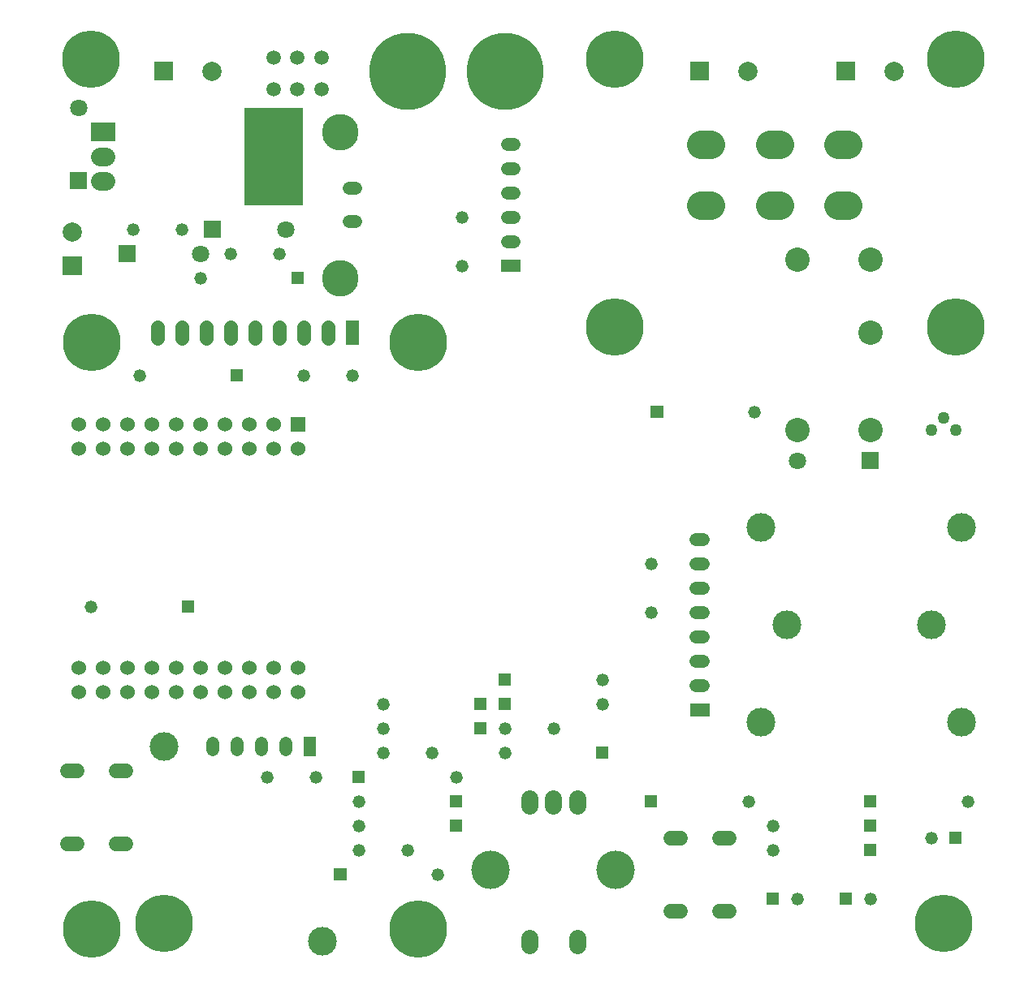
<source format=gbs>
%FSLAX24Y24*%
%MOIN*%
%ADD10C,0.0500*%
%ADD11C,0.0520*%
%ADD12C,0.0550*%
%ADD13C,0.0591*%
%ADD14C,0.0600*%
%ADD15C,0.0700*%
%ADD16C,0.0709*%
%ADD17C,0.0750*%
%ADD18C,0.0787*%
%ADD19C,0.1000*%
%ADD20C,0.1181*%
%ADD21C,0.1500*%
%ADD22C,0.1575*%
%ADD23C,0.2362*%
%ADD24C,0.3150*%
D10*
G01X37500Y22250D03*
X36500Y22250D03*
X37000Y22749D03*
D11*
G01X17000Y8000D03*
X2000Y15000D03*
X17250Y31000D03*
X17250Y28999D03*
X5750Y30500D03*
X3750Y30500D03*
X4000Y24500D03*
X37999Y7000D03*
X23000Y12000D03*
X10749Y24500D03*
X12749Y24500D03*
X9250Y8000D03*
X11250Y8000D03*
X16250Y4000D03*
X34000Y3000D03*
X13999Y10000D03*
X7750Y29500D03*
X9749Y29500D03*
X25000Y16750D03*
X25000Y14750D03*
X23000Y11000D03*
X29250Y23000D03*
X29000Y7000D03*
X13000Y7000D03*
X36499Y5500D03*
X6500Y28500D03*
X13999Y11000D03*
X13000Y6000D03*
X29999Y6000D03*
X16000Y9000D03*
X14000Y9000D03*
X31000Y3000D03*
X18999Y9000D03*
X21000Y10000D03*
X19000Y10000D03*
X29999Y5000D03*
X15000Y5000D03*
X13000Y5000D03*
X27140Y16750D02*
X26860Y16750D01*
X27140Y15750D02*
X26860Y15750D01*
X27140Y11750D02*
X26860Y11750D01*
X27140Y13750D02*
X26860Y13750D01*
X27140Y17750D02*
X26860Y17750D01*
X27140Y14750D02*
X26860Y14750D01*
X27140Y12750D02*
X26860Y12750D01*
X7000Y9390D02*
X7000Y9110D01*
X8000Y9390D02*
X8000Y9110D01*
X10000Y9390D02*
X10000Y9110D01*
X9000Y9390D02*
X9000Y9110D01*
X12890Y30825D02*
X12610Y30825D01*
X19390Y30000D02*
X19110Y30000D01*
X12890Y32175D02*
X12610Y32175D01*
X19390Y33000D02*
X19110Y33000D01*
X19390Y31000D02*
X19110Y31000D01*
X19390Y34000D02*
X19110Y34000D01*
X19390Y32000D02*
X19110Y32000D01*
D12*
G01X10750Y26475D02*
X10750Y26025D01*
X11750Y26475D02*
X11750Y26025D01*
X5750Y26475D02*
X5750Y26025D01*
X9750Y26475D02*
X9750Y26025D01*
X7750Y26475D02*
X7750Y26025D01*
X4750Y26475D02*
X4750Y26025D01*
X8750Y26475D02*
X8750Y26025D01*
X6750Y26475D02*
X6750Y26025D01*
D13*
G01X11468Y36250D03*
X11468Y37549D03*
X10484Y36250D03*
X9499Y36250D03*
X9499Y37549D03*
X10484Y37549D03*
D14*
G01X4500Y21500D03*
X9500Y21499D03*
X9500Y12499D03*
X7500Y12499D03*
X7500Y11499D03*
X8500Y11499D03*
X5500Y22500D03*
X4499Y11500D03*
X8500Y12499D03*
X1500Y21500D03*
X6500Y11499D03*
X10500Y21499D03*
X8500Y22500D03*
X3500Y21500D03*
X2500Y21500D03*
X10500Y11499D03*
X1499Y12500D03*
X5499Y12500D03*
X8500Y21499D03*
X4499Y12500D03*
X7500Y22500D03*
X7500Y21499D03*
X9500Y11499D03*
X2499Y12500D03*
X9500Y22500D03*
X6500Y21499D03*
X4500Y22500D03*
X6500Y22500D03*
X3500Y22500D03*
X3499Y11500D03*
X1499Y11500D03*
X6500Y12499D03*
X5500Y21499D03*
X3499Y12500D03*
X2500Y22500D03*
X5499Y11500D03*
X2499Y11500D03*
X10500Y12499D03*
X1500Y22500D03*
X3050Y5249D02*
X3450Y5249D01*
X3050Y8249D02*
X3450Y8249D01*
X1050Y5249D02*
X1450Y5249D01*
X1050Y8249D02*
X1450Y8249D01*
X27800Y2499D02*
X28200Y2499D01*
X27800Y5499D02*
X28200Y5499D01*
X25800Y2499D02*
X26199Y2499D01*
X25800Y5499D02*
X26199Y5499D01*
D15*
G01X20000Y6808D02*
X20000Y7108D01*
X21968Y6808D02*
X21968Y7108D01*
X20000Y1099D02*
X20000Y1399D01*
X21968Y1099D02*
X21968Y1399D01*
X20984Y6808D02*
X20984Y7108D01*
D16*
G01X31000Y21000D03*
X10000Y30500D03*
X6500Y29500D03*
X1500Y35500D03*
D17*
G01X2375Y32500D02*
X2625Y32500D01*
X2375Y33500D02*
X2625Y33500D01*
D18*
G01X1249Y30377D03*
X28968Y37000D03*
X34968Y37000D03*
X6968Y37000D03*
D19*
G01X34000Y22250D03*
X31000Y22250D03*
X31000Y29250D03*
X34000Y29250D03*
X34000Y26250D03*
D20*
G01X36500Y14250D03*
X30594Y14250D03*
X29500Y10250D03*
X37750Y18249D03*
X37750Y10249D03*
X29500Y18250D03*
X11500Y1250D03*
X5000Y9250D03*
X27053Y33980D02*
X27446Y33980D01*
X32690Y31500D02*
X33084Y31500D01*
X29872Y31500D02*
X30265Y31500D01*
X29872Y33980D02*
X30265Y33980D01*
X27053Y31500D02*
X27446Y31500D01*
X32690Y33980D02*
X33084Y33980D01*
D21*
G01X12250Y28500D03*
X12250Y34500D03*
D22*
G01X18425Y4202D03*
X23543Y4202D03*
D23*
G01X23500Y26500D03*
X37500Y26500D03*
X37000Y2000D03*
X23500Y37500D03*
X2037Y25856D03*
X2037Y1761D03*
X15462Y1761D03*
X15462Y25856D03*
X37500Y37500D03*
X5000Y2000D03*
X2000Y37500D03*
D24*
G01X15000Y37000D03*
X19000Y37000D03*
G36*
X33645Y20645D02*G01*
X34354Y20645D01*X34354Y21354D01*X33645Y21354D01*G37*
G36*
X13260Y8260D02*G01*
X12740Y8260D01*X12740Y7740D01*X13260Y7740D01*G37*
G36*
X5739Y14740D02*G01*
X6259Y14740D01*X6259Y15260D01*X5739Y15260D01*G37*
G36*
X856Y29393D02*G01*
X856Y28606D01*X1643Y28606D01*X1643Y29393D01*G37*
G36*
X7740Y24240D02*G01*
X8260Y24240D01*X8260Y24760D01*X7740Y24760D01*G37*
G36*
X26599Y10490D02*G01*
X27399Y10490D01*X27399Y11010D01*X26599Y11010D01*G37*
G36*
X34260Y7260D02*G01*
X33740Y7260D01*X33740Y6740D01*X34260Y6740D01*G37*
G36*
X27393Y37393D02*G01*
X26606Y37393D01*X26606Y36606D01*X27393Y36606D01*G37*
G36*
X19260Y12260D02*G01*
X18740Y12260D01*X18740Y11740D01*X19260Y11740D01*G37*
G36*
X7354Y30854D02*G01*
X6645Y30854D01*X6645Y30145D01*X7354Y30145D01*G37*
G36*
X12510Y4260D02*G01*
X11990Y4260D01*X11990Y3740D01*X12510Y3740D01*G37*
G36*
X33260Y3260D02*G01*
X32740Y3260D01*X32740Y2740D01*X33260Y2740D01*G37*
G36*
X17739Y9740D02*G01*
X18259Y9740D01*X18259Y10260D01*X17739Y10260D01*G37*
G36*
X11260Y8850D02*G01*
X11260Y9650D01*X10740Y9650D01*X10740Y8850D01*G37*
G36*
X10200Y22200D02*G01*
X10800Y22200D01*X10800Y22800D01*X10200Y22800D01*G37*
G36*
X19260Y11260D02*G01*
X18740Y11260D01*X18740Y10740D01*X19260Y10740D01*G37*
G36*
X33393Y37393D02*G01*
X32606Y37393D01*X32606Y36606D01*X33393Y36606D01*G37*
G36*
X25510Y23260D02*G01*
X24990Y23260D01*X24990Y22740D01*X25510Y22740D01*G37*
G36*
X25260Y7260D02*G01*
X24740Y7260D01*X24740Y6740D01*X25260Y6740D01*G37*
G36*
X16740Y6740D02*G01*
X17260Y6740D01*X17260Y7260D01*X16740Y7260D01*G37*
G36*
X3854Y29854D02*G01*
X3145Y29854D01*X3145Y29145D01*X3854Y29145D01*G37*
G36*
X37239Y5240D02*G01*
X37759Y5240D01*X37759Y5760D01*X37240Y5760D01*G37*
G36*
X10240Y28239D02*G01*
X10760Y28239D01*X10760Y28759D01*X10240Y28759D01*G37*
G36*
X13025Y25750D02*G01*
X13025Y26750D01*X12474Y26750D01*X12474Y25750D01*G37*
G36*
X17739Y10740D02*G01*
X18259Y10740D01*X18259Y11260D01*X17739Y11260D01*G37*
G36*
X16740Y5740D02*G01*
X17260Y5740D01*X17260Y6260D01*X16740Y6260D01*G37*
G36*
X1145Y32854D02*G01*
X1145Y32145D01*X1854Y32145D01*X1854Y32854D01*G37*
G36*
X33739Y5740D02*G01*
X34259Y5740D01*X34259Y6260D01*X33739Y6260D01*G37*
G36*
X30260Y3260D02*G01*
X29740Y3260D01*X29740Y2740D01*X30260Y2740D01*G37*
G36*
X10699Y31500D02*G01*
X10700Y35500D01*X8300Y35500D01*X8300Y31500D01*G37*
G36*
X3000Y34125D02*G01*
X3000Y34875D01*X2000Y34875D01*X2000Y34125D01*G37*
G36*
X22739Y8740D02*G01*
X23259Y8740D01*X23259Y9260D01*X22739Y9260D01*G37*
G36*
X33739Y4740D02*G01*
X34259Y4740D01*X34259Y5260D01*X33739Y5260D01*G37*
G36*
X5393Y37393D02*G01*
X4606Y37393D01*X4606Y36606D01*X5393Y36606D01*G37*
G36*
X18850Y29260D02*G01*
X18850Y28740D01*X19650Y28740D01*X19650Y29260D01*G37*
M02*

</source>
